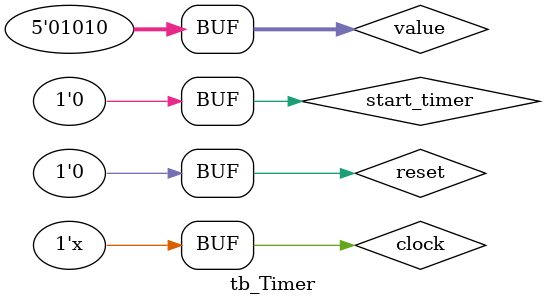
<source format=v>
`timescale 1ns / 1ps 

module tb_Timer;
reg clock;
reg reset;
reg [4:0] value;
reg start_timer;
wire expired;
wire one_hz_enable;

Timer temp(
    .reset (reset),
    .clock (clock),
    .value(value),
    .start_timer(start_timer),
    .expired(expired),
    .one_hz_enable(one_hz_enable)
);

localparam PERIOD = 10;
always #(PERIOD/2) clock=~clock;

initial begin
    clock <= 1'b0;
    reset <= 1'b1;
    #PERIOD;
    reset <= 1'b0;
    value <= 5'b01010;
    start_timer <= 1'b1;
    #PERIOD;
    start_timer <= 1'b0;

end

endmodule

</source>
